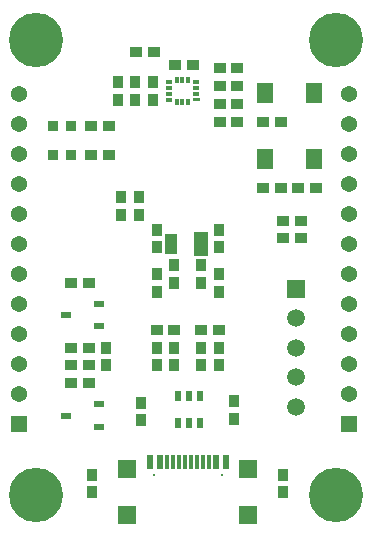
<source format=gts>
G04*
G04 #@! TF.GenerationSoftware,Altium Limited,Altium Designer,26.1.1 (7)*
G04*
G04 Layer_Color=8388736*
%FSLAX25Y25*%
%MOIN*%
G70*
G04*
G04 #@! TF.SameCoordinates,21E4D09F-D184-4A1B-8AE9-C821449E0F92*
G04*
G04*
G04 #@! TF.FilePolarity,Negative*
G04*
G01*
G75*
%ADD16R,0.01200X0.02100*%
%ADD17R,0.02100X0.01200*%
%ADD18R,0.03937X0.03740*%
%ADD19R,0.03740X0.03937*%
%ADD20R,0.05315X0.07087*%
%ADD21R,0.03740X0.02362*%
%ADD22R,0.05906X0.05906*%
%ADD23R,0.02362X0.04528*%
%ADD24R,0.02362X0.03543*%
%ADD25R,0.03937X0.07087*%
%ADD26R,0.03543X0.03740*%
%ADD27R,0.01181X0.04528*%
%ADD28R,0.04740X0.07890*%
%ADD29C,0.05394*%
%ADD30C,0.18110*%
%ADD31R,0.05394X0.05394*%
%ADD32C,0.05937*%
%ADD33R,0.05937X0.05937*%
%ADD34C,0.01280*%
G36*
X195464Y189361D02*
X193364D01*
Y190561D01*
X195464D01*
Y189361D01*
D02*
G37*
D16*
X191732Y189263D02*
D03*
X189764D02*
D03*
X187795D02*
D03*
Y196563D02*
D03*
X189764D02*
D03*
X191732D02*
D03*
D17*
X185114Y189961D02*
D03*
Y191929D02*
D03*
Y193898D02*
D03*
Y195866D02*
D03*
X194414D02*
D03*
Y193898D02*
D03*
Y191929D02*
D03*
D18*
X208071Y182677D02*
D03*
X202165D02*
D03*
X193110Y201575D02*
D03*
X158465Y95472D02*
D03*
X208071Y194488D02*
D03*
X202165D02*
D03*
X208071Y188583D02*
D03*
X202165D02*
D03*
X208071Y200394D02*
D03*
X202165D02*
D03*
X187205Y201575D02*
D03*
X222441Y182480D02*
D03*
Y160433D02*
D03*
X158465Y107283D02*
D03*
X152559Y95472D02*
D03*
X158465Y101378D02*
D03*
X152559Y128937D02*
D03*
X165291Y181276D02*
D03*
Y171433D02*
D03*
X181102Y113189D02*
D03*
X201772D02*
D03*
X229331Y149606D02*
D03*
X234252Y160433D02*
D03*
X180118Y205709D02*
D03*
X174213D02*
D03*
X158465Y128937D02*
D03*
X195866Y113189D02*
D03*
X216535Y182480D02*
D03*
X223425Y149606D02*
D03*
X223425Y143701D02*
D03*
X187008Y113189D02*
D03*
X228346Y160433D02*
D03*
X216535D02*
D03*
X229331Y143701D02*
D03*
X159386Y171433D02*
D03*
Y181276D02*
D03*
X152559Y101378D02*
D03*
Y107283D02*
D03*
D19*
X174016Y189961D02*
D03*
X201772Y146653D02*
D03*
Y125984D02*
D03*
X179921Y189961D02*
D03*
X174016Y195866D02*
D03*
X175197Y151575D02*
D03*
X168110Y195866D02*
D03*
X169291Y151575D02*
D03*
X181102Y146653D02*
D03*
Y125984D02*
D03*
X164370Y101378D02*
D03*
X168110Y189961D02*
D03*
X179921Y195866D02*
D03*
X164370Y107283D02*
D03*
X201772Y131890D02*
D03*
X181102D02*
D03*
X175197Y157480D02*
D03*
X201772Y140748D02*
D03*
X169291Y157480D02*
D03*
X181102Y140748D02*
D03*
X187008Y128937D02*
D03*
X195866D02*
D03*
X207024Y89346D02*
D03*
X181102Y107283D02*
D03*
X201772D02*
D03*
X175921Y88953D02*
D03*
X195866Y107283D02*
D03*
X187008Y134843D02*
D03*
X187008Y107283D02*
D03*
X195866Y134843D02*
D03*
X175921Y83047D02*
D03*
X223425Y64961D02*
D03*
Y59055D02*
D03*
X159449Y64961D02*
D03*
Y59055D02*
D03*
X201772Y101378D02*
D03*
X181102D02*
D03*
X195866D02*
D03*
X187008D02*
D03*
X207024Y83441D02*
D03*
D20*
X233563Y170276D02*
D03*
Y192323D02*
D03*
X217224D02*
D03*
Y170276D02*
D03*
D21*
X161909Y88386D02*
D03*
Y80905D02*
D03*
Y114370D02*
D03*
Y121850D02*
D03*
X151083Y118110D02*
D03*
Y84646D02*
D03*
D22*
X171421Y51396D02*
D03*
Y66869D02*
D03*
X211735Y51396D02*
D03*
Y66869D02*
D03*
D23*
X178980Y69132D02*
D03*
X204176D02*
D03*
X201027D02*
D03*
X182129D02*
D03*
D24*
X191929Y82087D02*
D03*
X188189D02*
D03*
X195669D02*
D03*
Y91142D02*
D03*
X191929D02*
D03*
X188189D02*
D03*
D25*
X186024Y141732D02*
D03*
D26*
X146492Y171433D02*
D03*
Y181276D02*
D03*
X152594Y171433D02*
D03*
Y181276D02*
D03*
D27*
X192562Y69132D02*
D03*
X188625D02*
D03*
X194531D02*
D03*
X190594D02*
D03*
X184688D02*
D03*
X198468D02*
D03*
X196499D02*
D03*
X186657D02*
D03*
D28*
X195845Y141732D02*
D03*
D29*
X135295Y161953D02*
D03*
X245295Y131953D02*
D03*
Y191953D02*
D03*
X135295D02*
D03*
Y121953D02*
D03*
X245295Y171953D02*
D03*
X135295Y151953D02*
D03*
Y171953D02*
D03*
Y131953D02*
D03*
X245295Y101953D02*
D03*
Y161953D02*
D03*
Y91953D02*
D03*
X135295Y181953D02*
D03*
X245295Y151953D02*
D03*
Y141953D02*
D03*
Y181953D02*
D03*
Y121953D02*
D03*
Y111953D02*
D03*
X135295Y141953D02*
D03*
Y91953D02*
D03*
Y101953D02*
D03*
Y111953D02*
D03*
D30*
X140945Y58268D02*
D03*
Y209842D02*
D03*
X240945Y58268D02*
D03*
Y209842D02*
D03*
D31*
X245295Y81953D02*
D03*
X135295D02*
D03*
D32*
X227461Y97441D02*
D03*
Y117126D02*
D03*
Y107283D02*
D03*
Y87598D02*
D03*
D33*
Y126969D02*
D03*
D34*
X202956Y64900D02*
D03*
X180200D02*
D03*
M02*

</source>
